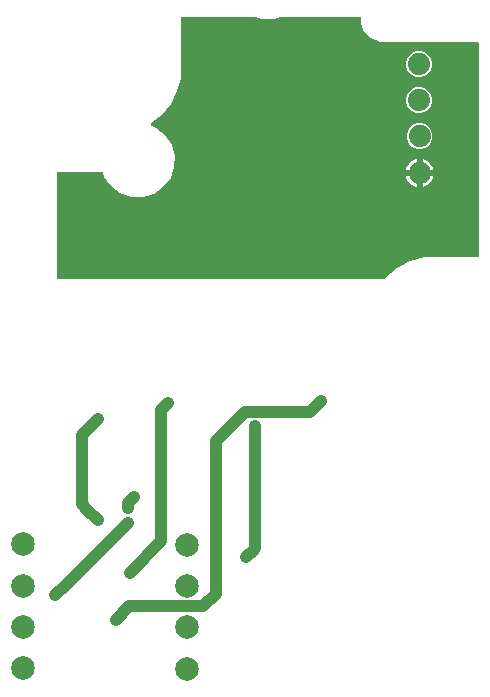
<source format=gbr>
G04 EAGLE Gerber RS-274X export*
G75*
%MOMM*%
%FSLAX34Y34*%
%LPD*%
%INBottom Copper*%
%IPPOS*%
%AMOC8*
5,1,8,0,0,1.08239X$1,22.5*%
G01*
%ADD10C,1.997100*%
%ADD11C,1.879600*%
%ADD12C,0.706400*%
%ADD13C,1.000000*%

G36*
X422492Y357238D02*
X422492Y357238D01*
X422547Y357236D01*
X422649Y357258D01*
X422753Y357271D01*
X422804Y357291D01*
X422858Y357303D01*
X422952Y357349D01*
X423049Y357388D01*
X423093Y357420D01*
X423143Y357445D01*
X423222Y357513D01*
X423306Y357574D01*
X423341Y357617D01*
X423383Y357653D01*
X423483Y357780D01*
X423513Y357823D01*
X433270Y366477D01*
X444816Y372542D01*
X457479Y375666D01*
X501565Y375666D01*
X501683Y375681D01*
X501802Y375688D01*
X501840Y375701D01*
X501881Y375706D01*
X501991Y375749D01*
X502104Y375786D01*
X502139Y375808D01*
X502176Y375823D01*
X502272Y375892D01*
X502373Y375956D01*
X502401Y375986D01*
X502434Y376009D01*
X502510Y376101D01*
X502591Y376188D01*
X502611Y376223D01*
X502636Y376254D01*
X502687Y376362D01*
X502745Y376466D01*
X502755Y376506D01*
X502772Y376542D01*
X502794Y376659D01*
X502824Y376774D01*
X502828Y376834D01*
X502832Y376854D01*
X502830Y376875D01*
X502834Y376935D01*
X502834Y556565D01*
X502819Y556683D01*
X502812Y556802D01*
X502799Y556840D01*
X502794Y556881D01*
X502751Y556991D01*
X502714Y557104D01*
X502692Y557139D01*
X502677Y557176D01*
X502608Y557272D01*
X502544Y557373D01*
X502514Y557401D01*
X502491Y557434D01*
X502399Y557510D01*
X502312Y557591D01*
X502277Y557611D01*
X502246Y557636D01*
X502138Y557687D01*
X502034Y557745D01*
X501994Y557755D01*
X501958Y557772D01*
X501841Y557794D01*
X501726Y557824D01*
X501666Y557828D01*
X501646Y557832D01*
X501625Y557830D01*
X501565Y557834D01*
X418989Y557834D01*
X411577Y560904D01*
X405904Y566577D01*
X402834Y573989D01*
X402834Y578205D01*
X402819Y578323D01*
X402812Y578442D01*
X402799Y578481D01*
X402794Y578521D01*
X402751Y578632D01*
X402714Y578745D01*
X402692Y578779D01*
X402677Y578816D01*
X402608Y578913D01*
X402544Y579013D01*
X402514Y579041D01*
X402491Y579074D01*
X402399Y579150D01*
X402312Y579231D01*
X402277Y579251D01*
X402246Y579277D01*
X402138Y579327D01*
X402034Y579385D01*
X401994Y579395D01*
X401958Y579412D01*
X401841Y579435D01*
X401726Y579464D01*
X401666Y579468D01*
X401646Y579472D01*
X401625Y579471D01*
X401565Y579475D01*
X335400Y579475D01*
X335261Y579457D01*
X335121Y579443D01*
X335096Y579436D01*
X335085Y579435D01*
X335066Y579427D01*
X334966Y579398D01*
X329235Y577312D01*
X318765Y577312D01*
X313034Y579398D01*
X312896Y579429D01*
X312760Y579464D01*
X312735Y579466D01*
X312724Y579468D01*
X312704Y579468D01*
X312600Y579475D01*
X251435Y579475D01*
X251317Y579460D01*
X251198Y579452D01*
X251160Y579440D01*
X251119Y579435D01*
X251009Y579391D01*
X250896Y579354D01*
X250861Y579333D01*
X250824Y579318D01*
X250728Y579248D01*
X250627Y579184D01*
X250599Y579155D01*
X250566Y579131D01*
X250490Y579039D01*
X250409Y578952D01*
X250389Y578917D01*
X250364Y578886D01*
X250313Y578778D01*
X250255Y578674D01*
X250245Y578635D01*
X250228Y578598D01*
X250206Y578481D01*
X250176Y578366D01*
X250172Y578306D01*
X250168Y578286D01*
X250170Y578265D01*
X250166Y578205D01*
X250166Y572458D01*
X250167Y572448D01*
X250166Y572439D01*
X250187Y572290D01*
X250206Y572142D01*
X250209Y572133D01*
X250210Y572124D01*
X250259Y571983D01*
X250258Y569971D01*
X250258Y567698D01*
X250257Y567684D01*
X250244Y532757D01*
X250242Y527798D01*
X247449Y516100D01*
X242020Y505368D01*
X234252Y496188D01*
X225745Y489926D01*
X225719Y489902D01*
X225689Y489883D01*
X225604Y489793D01*
X225514Y489707D01*
X225495Y489677D01*
X225471Y489652D01*
X225411Y489543D01*
X225345Y489438D01*
X225335Y489404D01*
X225318Y489373D01*
X225286Y489253D01*
X225249Y489135D01*
X225247Y489099D01*
X225238Y489065D01*
X225228Y488905D01*
X225227Y487636D01*
X225234Y487585D01*
X225231Y487535D01*
X225253Y487428D01*
X225267Y487320D01*
X225286Y487273D01*
X225296Y487223D01*
X225344Y487126D01*
X225384Y487025D01*
X225414Y486984D01*
X225436Y486938D01*
X225507Y486855D01*
X225571Y486767D01*
X225610Y486735D01*
X225643Y486696D01*
X225732Y486634D01*
X225816Y486564D01*
X225861Y486543D01*
X225903Y486513D01*
X226050Y486447D01*
X229596Y485115D01*
X237261Y479029D01*
X242693Y470887D01*
X245367Y461472D01*
X245028Y451691D01*
X241707Y442484D01*
X235724Y434739D01*
X227655Y429199D01*
X218276Y426400D01*
X208491Y426609D01*
X199241Y429807D01*
X191417Y435687D01*
X185770Y443681D01*
X184800Y446780D01*
X184764Y446858D01*
X184738Y446940D01*
X184698Y447003D01*
X184668Y447070D01*
X184614Y447136D01*
X184568Y447209D01*
X184514Y447260D01*
X184468Y447317D01*
X184399Y447368D01*
X184336Y447427D01*
X184271Y447463D01*
X184212Y447507D01*
X184133Y447539D01*
X184058Y447581D01*
X183986Y447599D01*
X183918Y447627D01*
X183833Y447639D01*
X183750Y447660D01*
X183614Y447669D01*
X183603Y447670D01*
X183599Y447670D01*
X183589Y447670D01*
X146435Y447684D01*
X146317Y447669D01*
X146198Y447662D01*
X146160Y447650D01*
X146120Y447645D01*
X146009Y447601D01*
X145896Y447564D01*
X145862Y447542D01*
X145824Y447528D01*
X145728Y447458D01*
X145627Y447394D01*
X145599Y447364D01*
X145567Y447341D01*
X145491Y447249D01*
X145409Y447162D01*
X145389Y447127D01*
X145364Y447096D01*
X145313Y446988D01*
X145255Y446884D01*
X145245Y446845D01*
X145228Y446808D01*
X145206Y446691D01*
X145176Y446576D01*
X145172Y446516D01*
X145168Y446496D01*
X145170Y446476D01*
X145166Y446415D01*
X145166Y358500D01*
X145181Y358382D01*
X145188Y358263D01*
X145201Y358225D01*
X145206Y358184D01*
X145249Y358074D01*
X145286Y357961D01*
X145308Y357926D01*
X145323Y357889D01*
X145392Y357793D01*
X145456Y357692D01*
X145486Y357664D01*
X145509Y357631D01*
X145601Y357556D01*
X145688Y357474D01*
X145723Y357454D01*
X145754Y357429D01*
X145862Y357378D01*
X145966Y357320D01*
X146006Y357310D01*
X146042Y357293D01*
X146159Y357271D01*
X146274Y357241D01*
X146334Y357237D01*
X146354Y357233D01*
X146375Y357235D01*
X146435Y357231D01*
X422438Y357231D01*
X422492Y357238D01*
G37*
%LPC*%
G36*
X449827Y528077D02*
X449827Y528077D01*
X445813Y529740D01*
X442740Y532813D01*
X441077Y536827D01*
X441077Y541173D01*
X442740Y545187D01*
X445813Y548260D01*
X449827Y549923D01*
X454173Y549923D01*
X458187Y548260D01*
X461260Y545187D01*
X462923Y541173D01*
X462923Y536827D01*
X461260Y532813D01*
X458187Y529740D01*
X454173Y528077D01*
X449827Y528077D01*
G37*
%LPD*%
%LPC*%
G36*
X449827Y497577D02*
X449827Y497577D01*
X445813Y499240D01*
X442740Y502313D01*
X441077Y506327D01*
X441077Y510673D01*
X442740Y514687D01*
X445813Y517760D01*
X449827Y519423D01*
X454173Y519423D01*
X458187Y517760D01*
X461260Y514687D01*
X462923Y510673D01*
X462923Y506327D01*
X461260Y502313D01*
X458187Y499240D01*
X454173Y497577D01*
X449827Y497577D01*
G37*
%LPD*%
%LPC*%
G36*
X450327Y467077D02*
X450327Y467077D01*
X446313Y468740D01*
X443240Y471813D01*
X441577Y475827D01*
X441577Y480173D01*
X443240Y484187D01*
X446313Y487260D01*
X450327Y488923D01*
X454673Y488923D01*
X458687Y487260D01*
X461760Y484187D01*
X463423Y480173D01*
X463423Y475827D01*
X461760Y471813D01*
X458687Y468740D01*
X454673Y467077D01*
X450327Y467077D01*
G37*
%LPD*%
%LPC*%
G36*
X455039Y449539D02*
X455039Y449539D01*
X455039Y458685D01*
X455296Y458645D01*
X457083Y458064D01*
X458757Y457211D01*
X460278Y456106D01*
X461606Y454778D01*
X462711Y453257D01*
X463564Y451583D01*
X464145Y449796D01*
X464185Y449539D01*
X455039Y449539D01*
G37*
%LPD*%
%LPC*%
G36*
X440815Y449539D02*
X440815Y449539D01*
X440855Y449796D01*
X441436Y451583D01*
X442289Y453257D01*
X443394Y454778D01*
X444722Y456106D01*
X446243Y457211D01*
X447917Y458064D01*
X449704Y458645D01*
X449961Y458685D01*
X449961Y449539D01*
X440815Y449539D01*
G37*
%LPD*%
%LPC*%
G36*
X455039Y444461D02*
X455039Y444461D01*
X464185Y444461D01*
X464145Y444204D01*
X463564Y442417D01*
X462711Y440743D01*
X461606Y439222D01*
X460278Y437894D01*
X458757Y436789D01*
X457083Y435936D01*
X455296Y435355D01*
X455039Y435315D01*
X455039Y444461D01*
G37*
%LPD*%
%LPC*%
G36*
X449704Y435355D02*
X449704Y435355D01*
X447917Y435936D01*
X446243Y436789D01*
X444722Y437894D01*
X443394Y439222D01*
X442289Y440743D01*
X441436Y442417D01*
X440855Y444204D01*
X440815Y444461D01*
X449961Y444461D01*
X449961Y435315D01*
X449704Y435355D01*
G37*
%LPD*%
%LPC*%
G36*
X452499Y446999D02*
X452499Y446999D01*
X452499Y447001D01*
X452501Y447001D01*
X452501Y446999D01*
X452499Y446999D01*
G37*
%LPD*%
D10*
X117200Y132600D03*
X117200Y97600D03*
X117200Y62600D03*
X117200Y27600D03*
X255900Y27400D03*
X255900Y62400D03*
X255900Y97400D03*
X255900Y132400D03*
D11*
X452500Y447000D03*
X452500Y478000D03*
X452000Y508500D03*
X452000Y539000D03*
D12*
X256490Y559146D03*
X257500Y412500D03*
X349000Y407500D03*
X176500Y369000D03*
X490145Y416904D03*
X205500Y151000D03*
X205520Y163032D03*
D13*
X205459Y167251D02*
X210687Y172478D01*
X205459Y167251D02*
X205459Y163093D01*
X205520Y163032D01*
D12*
X153000Y98500D03*
X144000Y89500D03*
D13*
X153000Y98500D02*
X205500Y151000D01*
X153000Y98500D02*
X144000Y89500D01*
X166500Y225000D02*
X173500Y232000D01*
X166500Y225000D02*
X166500Y166500D01*
X171000Y162000D01*
D12*
X173500Y232000D03*
X180500Y239000D03*
D13*
X173500Y232000D01*
D12*
X171000Y162000D03*
X178500Y154500D03*
D13*
X180000Y153000D02*
X171000Y162000D01*
X234000Y135244D02*
X234000Y236000D01*
D12*
X207215Y108459D03*
X214906Y115995D03*
D13*
X207215Y108459D02*
X234000Y135244D01*
X207369Y108459D02*
X207215Y108459D01*
X207369Y108459D02*
X214906Y115995D01*
D12*
X234000Y236000D03*
X234000Y244500D03*
D13*
X234000Y246500D02*
X234000Y236000D01*
X234000Y246500D02*
X239500Y252000D01*
D12*
X305500Y121500D03*
X312000Y128000D03*
X313500Y232459D03*
X313500Y222500D03*
D13*
X313500Y232459D02*
X313500Y129500D01*
X312000Y128000D01*
X305500Y121500D01*
X280000Y90500D02*
X280000Y220000D01*
X280000Y90500D02*
X269500Y80000D01*
D12*
X195187Y68606D03*
X202000Y75500D03*
D13*
X206581Y80000D02*
X195187Y68606D01*
X206581Y80000D02*
X269500Y80000D01*
D12*
X360000Y244500D03*
X369500Y254000D03*
D13*
X360000Y244500D02*
X304500Y244500D01*
X280000Y220000D01*
X360000Y244500D02*
X369500Y254000D01*
M02*

</source>
